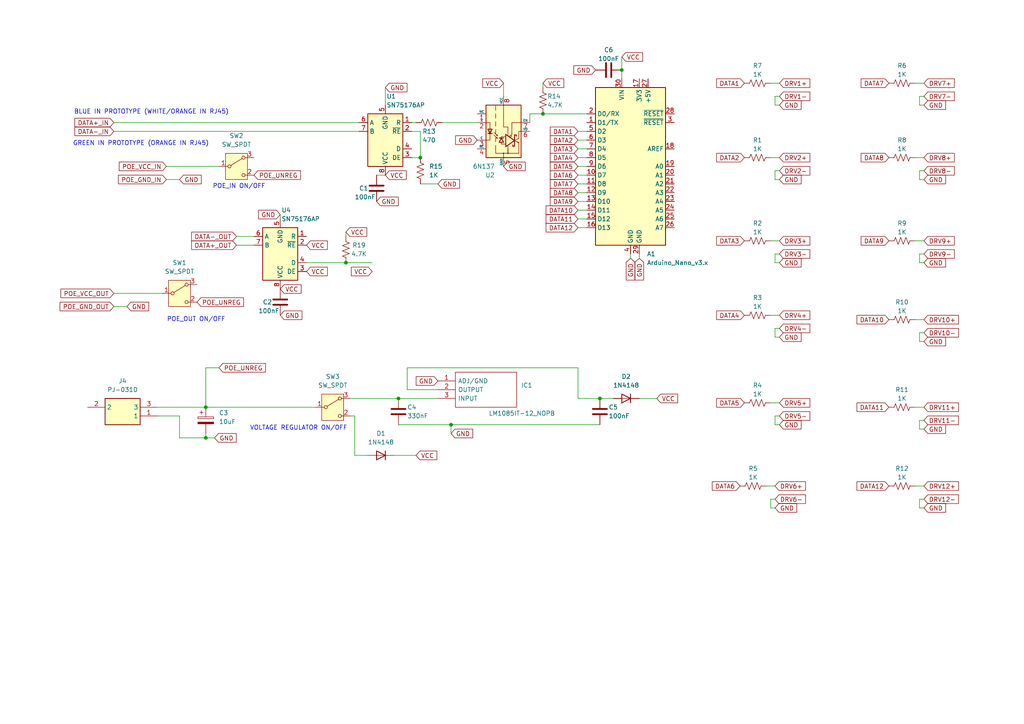
<source format=kicad_sch>
(kicad_sch (version 20231120) (generator "eeschema") (generator_version "8.0")
  (paper "A4")
  (lib_symbols
    (symbol "Device:C" (pin_numbers hide) (pin_names (offset 0.254))
      (property "Reference" "C" (at 0.635 2.54 0))
      (property "Value" "C" (at 0.635 -2.54 0))
      (symbol "C_0_1"
        (polyline (pts (xy -2.032 -0.762) (xy 2.032 -0.762)) (stroke (width 0.508)))
        (polyline (pts (xy -2.032 0.762) (xy 2.032 0.762)) (stroke (width 0.508)))
      )
      (symbol "C_1_1"
        (pin passive line (at 0 3.81 270) (length 2.794) (name "~") (number "1"))
        (pin passive line (at 0 -3.81 90) (length 2.794) (name "~") (number "2"))
      )
    )
    (symbol "Device:C_Polarized" (pin_numbers hide) (pin_names (offset 0.254))
      (property "Reference" "C" (at 0.635 2.54 0))
      (property "Value" "C_Polarized" (at 0.635 -2.54 0))
      (symbol "C_Polarized_0_1"
        (rectangle (start -2.286 0.508) (end 2.286 1.016))
        (polyline (pts (xy -1.778 2.286) (xy -0.762 2.286)))
        (polyline (pts (xy -1.27 2.794) (xy -1.27 1.778)))
        (rectangle (start 2.286 -0.508) (end -2.286 -1.016) (fill (type outline)))
      )
      (symbol "C_Polarized_1_1"
        (pin passive line (at 0 3.81 270) (length 2.794) (name "~") (number "1"))
        (pin passive line (at 0 -3.81 90) (length 2.794) (name "~") (number "2"))
      )
    )
    (symbol "Device:R_US" (pin_numbers hide) (pin_names (offset 0))
      (property "Reference" "R" (at 2.54 0 90))
      (property "Value" "R_US" (at -2.54 0 90))
      (symbol "R_US_0_1"
        (polyline (pts (xy 0 -2.286) (xy 0 -2.54)))
        (polyline (pts (xy 0 2.286) (xy 0 2.54)))
        (polyline (pts (xy 0 -0.762) (xy 1.016 -1.143) (xy 0 -1.524) (xy -1.016 -1.905) (xy 0 -2.286)))
        (polyline (pts (xy 0 0.762) (xy 1.016 0.381) (xy 0 0) (xy -1.016 -0.381) (xy 0 -0.762)))
        (polyline (pts (xy 0 2.286) (xy 1.016 1.905) (xy 0 1.524) (xy -1.016 1.143) (xy 0 0.762)))
      )
      (symbol "R_US_1_1"
        (pin passive line (at 0 3.81 270) (length 1.27) (name "~") (number "1"))
        (pin passive line (at 0 -3.81 90) (length 1.27) (name "~") (number "2"))
      )
    )
    (symbol "Diode:1N4148" (pin_numbers hide) (pin_names hide)
      (property "Reference" "D" (at 0 2.54 0))
      (property "Value" "1N4148" (at 0 -2.54 0))
      (symbol "1N4148_0_1"
        (polyline (pts (xy -1.27 1.27) (xy -1.27 -1.27)) (stroke (width 0.254)))
        (polyline (pts (xy 1.27 0) (xy -1.27 0)))
        (polyline (pts (xy 1.27 1.27) (xy 1.27 -1.27) (xy -1.27 0) (xy 1.27 1.27)) (stroke (width 0.254)))
      )
      (symbol "1N4148_1_1"
        (pin passive line (at -3.81 0 0) (length 2.54) (name "K") (number "1"))
        (pin passive line (at 3.81 0 180) (length 2.54) (name "A") (number "2"))
      )
    )
    (symbol "Interface_UART:SN75176AP"
      (property "Reference" "U" (at -4.318 8.89 0))
      (property "Value" "SN75176AP" (at 1.016 8.89 0))
      (symbol "SN75176AP_0_1"
        (rectangle (start -5.08 7.62) (end 5.08 -7.62) (stroke (width 0.254)) (fill (type background)))
      )
      (symbol "SN75176AP_1_1"
        (pin output line (at -7.62 -5.08 0) (length 2.54) (name "R") (number "1"))
        (pin input line (at -7.62 -2.54 0) (length 2.54) (name "~{RE}") (number "2"))
        (pin input line (at -7.62 5.08 0) (length 2.54) (name "DE") (number "3"))
        (pin input line (at -7.62 2.54 0) (length 2.54) (name "D") (number "4"))
        (pin power_in line (at 0 -10.16 90) (length 2.54) (name "GND") (number "5"))
        (pin bidirectional line (at 7.62 -5.08 180) (length 2.54) (name "A") (number "6"))
        (pin bidirectional line (at 7.62 -2.54 180) (length 2.54) (name "B") (number "7"))
        (pin power_in line (at 0 10.16 270) (length 2.54) (name "VCC") (number "8"))
      )
    )
    (symbol "Isolator:6N137" (pin_names (offset 0))
      (property "Reference" "U" (at -4.064 8.89 0))
      (property "Value" "6N137" (at 0 -8.89 0))
      (symbol "6N137_0_1"
        (polyline (pts (xy 0 -6.35) (xy -2.286 -6.35) (xy -2.286 -4.064)))
        (polyline (pts (xy -5.08 -2.54) (xy -3.937 -2.54) (xy -3.937 2.54) (xy -5.08 2.54)))
        (polyline (pts (xy 1.27 -5.08) (xy 1.27 -6.35) (xy 0 -6.35) (xy 0 -7.62)))
        (polyline (pts (xy 3.175 -2.667) (xy 0.635 -4.445) (xy 0.635 -0.889) (xy 3.175 -2.667)) (stroke (width 0.254)))
        (polyline (pts (xy -2.794 -1.016) (xy -1.717 -2.093) (xy -2.076 -1.914) (xy -1.896 -1.734) (xy -1.717 -2.093)))
        (polyline (pts (xy -2.794 -0.254) (xy -1.717 -1.331) (xy -2.076 -1.152) (xy -1.896 -0.972) (xy -1.717 -1.331)))
      )
      (symbol "6N137_1_1"
        (rectangle (start -5.08 7.62) (end 5.08 -7.62) (stroke (width 0.254)) (fill (type background)))
        (circle (center 0 -6.35) (radius 0.127) (fill (type outline)))
        (polyline (pts (xy -4.572 -0.635) (xy -3.302 -0.635)) (stroke (width 0.254)))
        (polyline (pts (xy -2.286 -1.778) (xy -2.286 -3.048)))
        (polyline (pts (xy -2.286 0.508) (xy -2.286 -0.762)))
        (polyline (pts (xy -2.286 2.794) (xy -2.286 1.524)))
        (polyline (pts (xy -2.286 5.08) (xy -2.286 3.81)))
        (polyline (pts (xy -2.286 7.366) (xy -2.286 6.096)))
        (polyline (pts (xy -1.27 -1.905) (xy 0 -1.905)) (stroke (width 0.254)))
        (polyline (pts (xy -0.635 -3.302) (xy -0.635 -3.683) (xy 0.635 -3.683)))
        (polyline (pts (xy -0.635 -1.905) (xy -0.635 -1.524) (xy 0.508 -1.524)))
        (polyline (pts (xy 1.27 -4.064) (xy 1.27 -6.35) (xy 4.445 -6.35)))
        (polyline (pts (xy 3.175 -2.667) (xy 4.445 -3.302) (xy 4.445 -6.35)))
        (polyline (pts (xy -3.937 -0.635) (xy -4.572 0.635) (xy -3.302 0.635) (xy -3.937 -0.635)) (stroke (width 0.254)))
        (polyline (pts (xy -0.635 -1.905) (xy -1.27 -3.175) (xy 0 -3.175) (xy -0.635 -1.905)) (stroke (width 0.254)))
        (polyline (pts (xy 1.27 -1.27) (xy 1.27 1.27) (xy 0 1.27) (xy 0 7.62)))
        (polyline (pts (xy 2.1844 -1.1684) (xy 2.413 -0.889) (xy 2.413 2.54) (xy 5.08 2.54)))
        (polyline (pts (xy 3.175 -2.667) (xy 3.175 -4.318) (xy 2.667 -4.318) (xy 2.667 -3.937)) (stroke (width 0.254)))
        (polyline (pts (xy 3.175 -2.667) (xy 3.175 -1.016) (xy 3.683 -1.016) (xy 3.683 -1.397)) (stroke (width 0.254)))
        (polyline (pts (xy 3.175 -2.667) (xy 4.445 -2.032) (xy 4.445 0) (xy 5.08 0)))
        (polyline (pts (xy 4.445 -3.302) (xy 4.161 -3.018) (xy 4.047 -3.246) (xy 4.445 -3.302)) (stroke (width 0.127)) (fill (type outline)))
        (circle (center 1.27 -6.35) (radius 0.127) (fill (type outline)))
        (circle (center 2.032 -1.397) (radius 0.254))
        (pin passive line (at -7.62 5.08 0) (length 2.54) (name "NC") (number "1"))
        (pin passive line (at -7.62 2.54 0) (length 2.54) (name "A") (number "2"))
        (pin passive line (at -7.62 -2.54 0) (length 2.54) (name "C") (number "3"))
        (pin passive line (at -7.62 -5.08 0) (length 2.54) (name "NC") (number "4"))
        (pin power_in line (at 0 -10.16 90) (length 2.54) (name "GND") (number "5"))
        (pin open_collector line (at 7.62 0 180) (length 2.54) (name "VO") (number "6"))
        (pin input line (at 7.62 2.54 180) (length 2.54) (name "EN") (number "7"))
        (pin power_in line (at 0 10.16 270) (length 2.54) (name "VCC") (number "8"))
      )
    )
    (symbol "MCU_Module:Arduino_Nano_v3.x"
      (property "Reference" "A" (at -10.16 23.495 0))
      (property "Value" "Arduino_Nano_v3.x" (at 5.08 -24.13 0))
      (symbol "Arduino_Nano_v3.x_0_1"
        (rectangle (start -10.16 22.86) (end 10.16 -22.86) (stroke (width 0.254)) (fill (type background)))
      )
      (symbol "Arduino_Nano_v3.x_1_1"
        (pin bidirectional line (at -12.7 12.7 0) (length 2.54) (name "D1/TX") (number "1"))
        (pin bidirectional line (at -12.7 -2.54 0) (length 2.54) (name "D7") (number "10"))
        (pin bidirectional line (at -12.7 -5.08 0) (length 2.54) (name "D8") (number "11"))
        (pin bidirectional line (at -12.7 -7.62 0) (length 2.54) (name "D9") (number "12"))
        (pin bidirectional line (at -12.7 -10.16 0) (length 2.54) (name "D10") (number "13"))
        (pin bidirectional line (at -12.7 -12.7 0) (length 2.54) (name "D11") (number "14"))
        (pin bidirectional line (at -12.7 -15.24 0) (length 2.54) (name "D12") (number "15"))
        (pin bidirectional line (at -12.7 -17.78 0) (length 2.54) (name "D13") (number "16"))
        (pin power_out line (at 2.54 25.4 270) (length 2.54) (name "3V3") (number "17"))
        (pin input line (at 12.7 5.08 180) (length 2.54) (name "AREF") (number "18"))
        (pin bidirectional line (at 12.7 0 180) (length 2.54) (name "A0") (number "19"))
        (pin bidirectional line (at -12.7 15.24 0) (length 2.54) (name "D0/RX") (number "2"))
        (pin bidirectional line (at 12.7 -2.54 180) (length 2.54) (name "A1") (number "20"))
        (pin bidirectional line (at 12.7 -5.08 180) (length 2.54) (name "A2") (number "21"))
        (pin bidirectional line (at 12.7 -7.62 180) (length 2.54) (name "A3") (number "22"))
        (pin bidirectional line (at 12.7 -10.16 180) (length 2.54) (name "A4") (number "23"))
        (pin bidirectional line (at 12.7 -12.7 180) (length 2.54) (name "A5") (number "24"))
        (pin bidirectional line (at 12.7 -15.24 180) (length 2.54) (name "A6") (number "25"))
        (pin bidirectional line (at 12.7 -17.78 180) (length 2.54) (name "A7") (number "26"))
        (pin power_out line (at 5.08 25.4 270) (length 2.54) (name "+5V") (number "27"))
        (pin input line (at 12.7 15.24 180) (length 2.54) (name "~{RESET}") (number "28"))
        (pin power_in line (at 2.54 -25.4 90) (length 2.54) (name "GND") (number "29"))
        (pin input line (at 12.7 12.7 180) (length 2.54) (name "~{RESET}") (number "3"))
        (pin power_in line (at -2.54 25.4 270) (length 2.54) (name "VIN") (number "30"))
        (pin power_in line (at 0 -25.4 90) (length 2.54) (name "GND") (number "4"))
        (pin bidirectional line (at -12.7 10.16 0) (length 2.54) (name "D2") (number "5"))
        (pin bidirectional line (at -12.7 7.62 0) (length 2.54) (name "D3") (number "6"))
        (pin bidirectional line (at -12.7 5.08 0) (length 2.54) (name "D4") (number "7"))
        (pin bidirectional line (at -12.7 2.54 0) (length 2.54) (name "D5") (number "8"))
        (pin bidirectional line (at -12.7 0 0) (length 2.54) (name "D6") (number "9"))
      )
    )
    (symbol "PJ-031D:PJ-031D"
      (property "Reference" "J" (at 16.51 7.62 0))
      (property "Value" "PJ-031D" (at 16.51 5.08 0))
      (symbol "PJ-031D_1_1"
        (rectangle (start 5.08 2.54) (end 15.24 -5.08) (stroke (width 0.254)) (fill (type background)))
        (pin passive line (at 20.32 -2.54 180) (length 5.08) (name "1") (number "1"))
        (pin passive line (at 0 0 0) (length 5.08) (name "2") (number "2"))
        (pin passive line (at 20.32 0 180) (length 5.08) (name "3") (number "3"))
      )
    )
    (symbol "Switch:SW_Wuerth_450301014042" (pin_names (offset 1) hide)
      (property "Reference" "SW" (at 0 5.08 0))
      (property "Value" "SW_Wuerth_450301014042" (at 0 -5.08 0))
      (symbol "SW_Wuerth_450301014042_0_1"
        (circle (center -2.032 0) (radius 0.4572))
        (polyline (pts (xy -1.651 0.254) (xy 1.651 2.286)))
        (circle (center 2.032 -2.54) (radius 0.4572))
        (circle (center 2.032 2.54) (radius 0.4572))
      )
      (symbol "SW_Wuerth_450301014042_1_1"
        (rectangle (start -3.175 3.81) (end 3.175 -3.81) (fill (type background)))
        (pin passive line (at -5.08 0 0) (length 2.54) (name "B") (number "1"))
        (pin passive line (at 5.08 -2.54 180) (length 2.54) (name "C") (number "2"))
        (pin passive line (at 5.08 2.54 180) (length 2.54) (name "A") (number "3"))
      )
    )
    (symbol "lasers_rgb:LM1085IT-12_NOPB" (pin_names (offset 0.762))
      (property "Reference" "IC" (at 24.13 7.62 0))
      (property "Value" "LM1085IT-12_NOPB" (at 24.13 5.08 0))
      (symbol "LM1085IT-12_NOPB_0_0"
        (pin passive line (at 0 0 0) (length 5.08) (name "ADJ/GND") (number "1"))
        (pin passive line (at 0 -2.54 0) (length 5.08) (name "OUTPUT") (number "2"))
        (pin passive line (at 0 -5.08 0) (length 5.08) (name "INPUT") (number "3"))
      )
      (symbol "LM1085IT-12_NOPB_0_1"
        (polyline (pts (xy 5.08 2.54) (xy 22.86 2.54) (xy 22.86 -7.62) (xy 5.08 -7.62) (xy 5.08 2.54)) (stroke (width 0.1524)))
      )
    )
  )
  (junction (at 121.92 45.72))
  (junction (at 157.48 33.02))
  (junction (at 59.69 118.11))
  (junction (at 115.57 115.57))
  (junction (at 59.69 127))
  (junction (at 173.99 115.57))
  (junction (at 100.33 76.2))
  (junction (at 180.34 20.32))
  (junction (at 130.81 123.19))
  (wire (pts (xy 118.11 106.68) (xy 167.64 106.68)))
  (wire (pts (xy 33.02 35.56) (xy 104.14 35.56)))
  (wire (pts (xy 167.64 63.5) (xy 170.18 63.5)))
  (wire (pts (xy 167.64 60.96) (xy 170.18 60.96)))
  (wire (pts (xy 118.11 113.03) (xy 118.11 106.68)))
  (wire (pts (xy 173.99 115.57) (xy 177.8 115.57)))
  (wire (pts (xy 185.42 115.57) (xy 190.5 115.57)))
  (wire (pts (xy 119.38 35.56) (xy 120.65 35.56)))
  (wire (pts (xy 267.97 30.48) (xy 266.7 30.48)))
  (wire (pts (xy 68.58 71.12) (xy 73.66 71.12)))
  (wire (pts (xy 267.97 76.2) (xy 266.7 76.2)))
  (wire (pts (xy 130.81 123.19) (xy 130.81 125.73)))
  (wire (pts (xy 265.43 140.97) (xy 267.97 140.97)))
  (wire (pts (xy 224.79 49.53) (xy 224.79 52.07)))
  (wire (pts (xy 267.97 144.78) (xy 266.7 144.78)))
  (wire (pts (xy 33.02 38.1) (xy 104.14 38.1)))
  (wire (pts (xy 267.97 99.06) (xy 266.7 99.06)))
  (wire (pts (xy 130.81 123.19) (xy 173.99 123.19)))
  (wire (pts (xy 182.88 73.66) (xy 182.88 74.93)))
  (wire (pts (xy 114.3 132.08) (xy 120.65 132.08)))
  (wire (pts (xy 226.06 123.19) (xy 224.79 123.19)))
  (wire (pts (xy 224.79 147.32) (xy 223.52 147.32)))
  (wire (pts (xy 167.64 48.26) (xy 170.18 48.26)))
  (wire (pts (xy 266.7 27.94) (xy 266.7 30.48)))
  (wire (pts (xy 267.97 73.66) (xy 266.7 73.66)))
  (wire (pts (xy 267.97 27.94) (xy 266.7 27.94)))
  (wire (pts (xy 226.06 49.53) (xy 224.79 49.53)))
  (wire (pts (xy 59.69 106.68) (xy 63.5 106.68)))
  (wire (pts (xy 223.52 91.44) (xy 226.06 91.44)))
  (wire (pts (xy 146.05 27.94) (xy 146.05 24.13)))
  (wire (pts (xy 167.64 40.64) (xy 170.18 40.64)))
  (wire (pts (xy 223.52 24.13) (xy 226.06 24.13)))
  (wire (pts (xy 127 113.03) (xy 118.11 113.03)))
  (wire (pts (xy 167.64 50.8) (xy 170.18 50.8)))
  (wire (pts (xy 267.97 96.52) (xy 266.7 96.52)))
  (wire (pts (xy 157.48 24.13) (xy 157.48 25.4)))
  (wire (pts (xy 109.22 50.8) (xy 111.76 50.8)))
  (wire (pts (xy 59.69 118.11) (xy 59.69 106.68)))
  (wire (pts (xy 266.7 73.66) (xy 266.7 76.2)))
  (wire (pts (xy 267.97 49.53) (xy 266.7 49.53)))
  (wire (pts (xy 185.42 73.66) (xy 185.42 74.93)))
  (wire (pts (xy 45.72 118.11) (xy 59.69 118.11)))
  (wire (pts (xy 267.97 147.32) (xy 266.7 147.32)))
  (wire (pts (xy 224.79 95.25) (xy 224.79 97.79)))
  (wire (pts (xy 157.48 33.02) (xy 170.18 33.02)))
  (wire (pts (xy 223.52 69.85) (xy 226.06 69.85)))
  (wire (pts (xy 265.43 45.72) (xy 267.97 45.72)))
  (wire (pts (xy 52.07 127) (xy 59.69 127)))
  (wire (pts (xy 223.52 144.78) (xy 223.52 147.32)))
  (wire (pts (xy 88.9 76.2) (xy 100.33 76.2)))
  (wire (pts (xy 127 53.34) (xy 121.92 53.34)))
  (wire (pts (xy 167.64 58.42) (xy 170.18 58.42)))
  (wire (pts (xy 226.06 95.25) (xy 224.79 95.25)))
  (wire (pts (xy 222.25 140.97) (xy 224.79 140.97)))
  (wire (pts (xy 48.26 48.26) (xy 63.5 48.26)))
  (wire (pts (xy 266.7 49.53) (xy 266.7 52.07)))
  (wire (pts (xy 81.28 62.23) (xy 81.28 63.5)))
  (wire (pts (xy 102.87 120.65) (xy 101.6 120.65)))
  (wire (pts (xy 115.57 123.19) (xy 130.81 123.19)))
  (wire (pts (xy 226.06 73.66) (xy 224.79 73.66)))
  (wire (pts (xy 266.7 96.52) (xy 266.7 99.06)))
  (wire (pts (xy 226.06 120.65) (xy 224.79 120.65)))
  (wire (pts (xy 167.64 38.1) (xy 170.18 38.1)))
  (wire (pts (xy 121.92 38.1) (xy 121.92 45.72)))
  (wire (pts (xy 45.72 120.65) (xy 52.07 120.65)))
  (wire (pts (xy 167.64 55.88) (xy 170.18 55.88)))
  (wire (pts (xy 266.7 121.92) (xy 266.7 124.46)))
  (wire (pts (xy 111.76 25.4) (xy 111.76 30.48)))
  (wire (pts (xy 167.64 53.34) (xy 170.18 53.34)))
  (wire (pts (xy 36.83 88.9) (xy 33.02 88.9)))
  (wire (pts (xy 167.64 115.57) (xy 173.99 115.57)))
  (wire (pts (xy 226.06 27.94) (xy 224.79 27.94)))
  (wire (pts (xy 167.64 106.68) (xy 167.64 115.57)))
  (wire (pts (xy 224.79 27.94) (xy 224.79 30.48)))
  (wire (pts (xy 153.67 33.02) (xy 157.48 33.02)))
  (wire (pts (xy 59.69 127) (xy 59.69 125.73)))
  (wire (pts (xy 223.52 116.84) (xy 226.06 116.84)))
  (wire (pts (xy 59.69 118.11) (xy 91.44 118.11)))
  (wire (pts (xy 167.64 66.04) (xy 170.18 66.04)))
  (wire (pts (xy 102.87 132.08) (xy 102.87 120.65)))
  (wire (pts (xy 267.97 124.46) (xy 266.7 124.46)))
  (wire (pts (xy 115.57 115.57) (xy 127 115.57)))
  (wire (pts (xy 62.23 127) (xy 59.69 127)))
  (wire (pts (xy 265.43 92.71) (xy 267.97 92.71)))
  (wire (pts (xy 119.38 45.72) (xy 121.92 45.72)))
  (wire (pts (xy 265.43 69.85) (xy 267.97 69.85)))
  (wire (pts (xy 265.43 24.13) (xy 267.97 24.13)))
  (wire (pts (xy 180.34 20.32) (xy 180.34 22.86)))
  (wire (pts (xy 119.38 38.1) (xy 121.92 38.1)))
  (wire (pts (xy 226.06 97.79) (xy 224.79 97.79)))
  (wire (pts (xy 167.64 43.18) (xy 170.18 43.18)))
  (wire (pts (xy 68.58 68.58) (xy 73.66 68.58)))
  (wire (pts (xy 52.07 120.65) (xy 52.07 127)))
  (wire (pts (xy 102.87 132.08) (xy 106.68 132.08)))
  (wire (pts (xy 265.43 118.11) (xy 267.97 118.11)))
  (wire (pts (xy 223.52 45.72) (xy 226.06 45.72)))
  (wire (pts (xy 101.6 115.57) (xy 115.57 115.57)))
  (wire (pts (xy 153.67 35.56) (xy 153.67 33.02)))
  (wire (pts (xy 226.06 76.2) (xy 224.79 76.2)))
  (wire (pts (xy 226.06 52.07) (xy 224.79 52.07)))
  (wire (pts (xy 224.79 120.65) (xy 224.79 123.19)))
  (wire (pts (xy 33.02 85.09) (xy 46.99 85.09)))
  (wire (pts (xy 224.79 144.78) (xy 223.52 144.78)))
  (wire (pts (xy 224.79 73.66) (xy 224.79 76.2)))
  (wire (pts (xy 128.27 35.56) (xy 138.43 35.56)))
  (wire (pts (xy 267.97 52.07) (xy 266.7 52.07)))
  (wire (pts (xy 100.33 67.31) (xy 100.33 68.58)))
  (wire (pts (xy 100.33 76.2) (xy 107.95 76.2)))
  (wire (pts (xy 266.7 144.78) (xy 266.7 147.32)))
  (wire (pts (xy 48.26 52.07) (xy 52.07 52.07)))
  (wire (pts (xy 167.64 45.72) (xy 170.18 45.72)))
  (wire (pts (xy 180.34 16.51) (xy 180.34 20.32)))
  (wire (pts (xy 267.97 121.92) (xy 266.7 121.92)))
  (wire (pts (xy 226.06 30.48) (xy 224.79 30.48)))
  (text "VOLTAGE REGULATOR ON/OFF" (at 86.614 124.206 0) (effects (font (size 1.27 1.27))))
  (text "POE_OUT ON/OFF" (at 56.896 92.71 0) (effects (font (size 1.27 1.27))))
  (text "POE_IN ON/OFF" (at 69.342 54.102 0) (effects (font (size 1.27 1.27))))
  (text "GREEN IN PROTOTYPE (ORANGE IN RJ45)" (at 40.894 41.656 0) (effects (font (size 1.27 1.27))))
  (text "BLUE IN PROTOTYPE (WHITE/ORANGE IN RJ45)" (at 43.942 32.512 0) (effects (font (size 1.27 1.27))))
  (global_label "DATA12" (shape input) (at 167.64 66.04 180) (property "Intersheetrefs" "${INTERSHEET_REFS}" (effects (hide yes))))
  (global_label "POE_UNREG" (shape input) (at 73.66 50.8 0) (property "Intersheetrefs" "${INTERSHEET_REFS}" (effects (hide yes))))
  (global_label "DATA1" (shape input) (at 167.64 38.1 180) (property "Intersheetrefs" "${INTERSHEET_REFS}" (effects (hide yes))))
  (global_label "VCC" (shape input) (at 81.28 83.82 0) (property "Intersheetrefs" "${INTERSHEET_REFS}" (effects (hide yes))))
  (global_label "VCC" (shape input) (at 107.95 78.74 180) (property "Intersheetrefs" "${INTERSHEET_REFS}" (effects (hide yes))))
  (global_label "VCC" (shape input) (at 120.65 132.08 0) (property "Intersheetrefs" "${INTERSHEET_REFS}" (effects (hide yes))))
  (global_label "POE_UNREG" (shape input) (at 63.5 106.68 0) (property "Intersheetrefs" "${INTERSHEET_REFS}" (effects (hide yes))))
  (global_label "DATA9" (shape input) (at 167.64 58.42 180) (property "Intersheetrefs" "${INTERSHEET_REFS}" (effects (hide yes))))
  (global_label "DATA10" (shape input) (at 257.81 92.71 180) (property "Intersheetrefs" "${INTERSHEET_REFS}" (effects (hide yes))))
  (global_label "DATA6" (shape input) (at 214.63 140.97 180) (property "Intersheetrefs" "${INTERSHEET_REFS}" (effects (hide yes))))
  (global_label "DRV12+" (shape input) (at 267.97 140.97 0) (property "Intersheetrefs" "${INTERSHEET_REFS}" (effects (hide yes))))
  (global_label "GND" (shape input) (at 146.05 48.26 0) (property "Intersheetrefs" "${INTERSHEET_REFS}" (effects (hide yes))))
  (global_label "GND" (shape input) (at 36.83 88.9 0) (property "Intersheetrefs" "${INTERSHEET_REFS}" (effects (hide yes))))
  (global_label "DATA+_OUT" (shape input) (at 68.58 71.12 180) (property "Intersheetrefs" "${INTERSHEET_REFS}" (effects (hide yes))))
  (global_label "GND" (shape input) (at 267.97 124.46 0) (property "Intersheetrefs" "${INTERSHEET_REFS}" (effects (hide yes))))
  (global_label "DRV7-" (shape input) (at 267.97 27.94 0) (property "Intersheetrefs" "${INTERSHEET_REFS}" (effects (hide yes))))
  (global_label "DRV2-" (shape input) (at 226.06 49.53 0) (property "Intersheetrefs" "${INTERSHEET_REFS}" (effects (hide yes))))
  (global_label "DRV3+" (shape input) (at 226.06 69.85 0) (property "Intersheetrefs" "${INTERSHEET_REFS}" (effects (hide yes))))
  (global_label "DATA9" (shape input) (at 257.81 69.85 180) (property "Intersheetrefs" "${INTERSHEET_REFS}" (effects (hide yes))))
  (global_label "VCC" (shape input) (at 88.9 78.74 0) (property "Intersheetrefs" "${INTERSHEET_REFS}" (effects (hide yes))))
  (global_label "DATA11" (shape input) (at 167.64 63.5 180) (property "Intersheetrefs" "${INTERSHEET_REFS}" (effects (hide yes))))
  (global_label "DRV4+" (shape input) (at 226.06 91.44 0) (property "Intersheetrefs" "${INTERSHEET_REFS}" (effects (hide yes))))
  (global_label "VCC" (shape input) (at 157.48 24.13 0) (property "Intersheetrefs" "${INTERSHEET_REFS}" (effects (hide yes))))
  (global_label "GND" (shape input) (at 185.42 74.93 270) (property "Intersheetrefs" "${INTERSHEET_REFS}" (effects (hide yes))))
  (global_label "POE_GND_IN" (shape input) (at 48.26 52.07 180) (property "Intersheetrefs" "${INTERSHEET_REFS}" (effects (hide yes))))
  (global_label "GND" (shape input) (at 130.81 125.73 0) (property "Intersheetrefs" "${INTERSHEET_REFS}" (effects (hide yes))))
  (global_label "DATA4" (shape input) (at 167.64 45.72 180) (property "Intersheetrefs" "${INTERSHEET_REFS}" (effects (hide yes))))
  (global_label "POE_VCC_OUT" (shape input) (at 33.02 85.09 180) (property "Intersheetrefs" "${INTERSHEET_REFS}" (effects (hide yes))))
  (global_label "GND" (shape input) (at 267.97 99.06 0) (property "Intersheetrefs" "${INTERSHEET_REFS}" (effects (hide yes))))
  (global_label "DATA12" (shape input) (at 257.81 140.97 180) (property "Intersheetrefs" "${INTERSHEET_REFS}" (effects (hide yes))))
  (global_label "GND" (shape input) (at 267.97 147.32 0) (property "Intersheetrefs" "${INTERSHEET_REFS}" (effects (hide yes))))
  (global_label "DATA7" (shape input) (at 257.81 24.13 180) (property "Intersheetrefs" "${INTERSHEET_REFS}" (effects (hide yes))))
  (global_label "GND" (shape input) (at 226.06 30.48 0) (property "Intersheetrefs" "${INTERSHEET_REFS}" (effects (hide yes))))
  (global_label "DRV5-" (shape input) (at 226.06 120.65 0) (property "Intersheetrefs" "${INTERSHEET_REFS}" (effects (hide yes))))
  (global_label "DATA5" (shape input) (at 167.64 48.26 180) (property "Intersheetrefs" "${INTERSHEET_REFS}" (effects (hide yes))))
  (global_label "GND" (shape input) (at 127 110.49 180) (property "Intersheetrefs" "${INTERSHEET_REFS}" (effects (hide yes))))
  (global_label "DATA4" (shape input) (at 215.9 91.44 180) (property "Intersheetrefs" "${INTERSHEET_REFS}" (effects (hide yes))))
  (global_label "GND" (shape input) (at 267.97 52.07 0) (property "Intersheetrefs" "${INTERSHEET_REFS}" (effects (hide yes))))
  (global_label "GND" (shape input) (at 267.97 30.48 0) (property "Intersheetrefs" "${INTERSHEET_REFS}" (effects (hide yes))))
  (global_label "GND" (shape input) (at 127 53.34 0) (property "Intersheetrefs" "${INTERSHEET_REFS}" (effects (hide yes))))
  (global_label "DRV11+" (shape input) (at 267.97 118.11 0) (property "Intersheetrefs" "${INTERSHEET_REFS}" (effects (hide yes))))
  (global_label "GND" (shape input) (at 172.72 20.32 180) (property "Intersheetrefs" "${INTERSHEET_REFS}" (effects (hide yes))))
  (global_label "GND" (shape input) (at 226.06 52.07 0) (property "Intersheetrefs" "${INTERSHEET_REFS}" (effects (hide yes))))
  (global_label "GND" (shape input) (at 267.97 76.2 0) (property "Intersheetrefs" "${INTERSHEET_REFS}" (effects (hide yes))))
  (global_label "GND" (shape input) (at 226.06 76.2 0) (property "Intersheetrefs" "${INTERSHEET_REFS}" (effects (hide yes))))
  (global_label "DATA+_IN" (shape input) (at 33.02 35.56 180) (property "Intersheetrefs" "${INTERSHEET_REFS}" (effects (hide yes))))
  (global_label "DRV4-" (shape input) (at 226.06 95.25 0) (property "Intersheetrefs" "${INTERSHEET_REFS}" (effects (hide yes))))
  (global_label "DRV6-" (shape input) (at 224.79 144.78 0) (property "Intersheetrefs" "${INTERSHEET_REFS}" (effects (hide yes))))
  (global_label "GND" (shape input) (at 81.28 91.44 0) (property "Intersheetrefs" "${INTERSHEET_REFS}" (effects (hide yes))))
  (global_label "GND" (shape input) (at 226.06 123.19 0) (property "Intersheetrefs" "${INTERSHEET_REFS}" (effects (hide yes))))
  (global_label "POE_GND_OUT" (shape input) (at 33.02 88.9 180) (property "Intersheetrefs" "${INTERSHEET_REFS}" (effects (hide yes))))
  (global_label "GND" (shape input) (at 81.28 62.23 180) (property "Intersheetrefs" "${INTERSHEET_REFS}" (effects (hide yes))))
  (global_label "DATA2" (shape input) (at 215.9 45.72 180) (property "Intersheetrefs" "${INTERSHEET_REFS}" (effects (hide yes))))
  (global_label "POE_VCC_IN" (shape input) (at 48.26 48.26 180) (property "Intersheetrefs" "${INTERSHEET_REFS}" (effects (hide yes))))
  (global_label "VCC" (shape input) (at 100.33 67.31 0) (property "Intersheetrefs" "${INTERSHEET_REFS}" (effects (hide yes))))
  (global_label "GND" (shape input) (at 109.22 58.42 0) (property "Intersheetrefs" "${INTERSHEET_REFS}" (effects (hide yes))))
  (global_label "DATA7" (shape input) (at 167.64 53.34 180) (property "Intersheetrefs" "${INTERSHEET_REFS}" (effects (hide yes))))
  (global_label "DATA8" (shape input) (at 167.64 55.88 180) (property "Intersheetrefs" "${INTERSHEET_REFS}" (effects (hide yes))))
  (global_label "DRV1-" (shape input) (at 226.06 27.94 0) (property "Intersheetrefs" "${INTERSHEET_REFS}" (effects (hide yes))))
  (global_label "DATA8" (shape input) (at 257.81 45.72 180) (property "Intersheetrefs" "${INTERSHEET_REFS}" (effects (hide yes))))
  (global_label "GND" (shape input) (at 224.79 147.32 0) (property "Intersheetrefs" "${INTERSHEET_REFS}" (effects (hide yes))))
  (global_label "VCC" (shape input) (at 180.34 16.51 0) (property "Intersheetrefs" "${INTERSHEET_REFS}" (effects (hide yes))))
  (global_label "DATA11" (shape input) (at 257.81 118.11 180) (property "Intersheetrefs" "${INTERSHEET_REFS}" (effects (hide yes))))
  (global_label "GND" (shape input) (at 52.07 52.07 0) (property "Intersheetrefs" "${INTERSHEET_REFS}" (effects (hide yes))))
  (global_label "DRV10+" (shape input) (at 267.97 92.71 0) (property "Intersheetrefs" "${INTERSHEET_REFS}" (effects (hide yes))))
  (global_label "VCC" (shape input) (at 88.9 71.12 0) (property "Intersheetrefs" "${INTERSHEET_REFS}" (effects (hide yes))))
  (global_label "DRV6+" (shape input) (at 224.79 140.97 0) (property "Intersheetrefs" "${INTERSHEET_REFS}" (effects (hide yes))))
  (global_label "VCC" (shape input) (at 146.05 24.13 180) (property "Intersheetrefs" "${INTERSHEET_REFS}" (effects (hide yes))))
  (global_label "DATA-_OUT" (shape input) (at 68.58 68.58 180) (property "Intersheetrefs" "${INTERSHEET_REFS}" (effects (hide yes))))
  (global_label "DRV8-" (shape input) (at 267.97 49.53 0) (property "Intersheetrefs" "${INTERSHEET_REFS}" (effects (hide yes))))
  (global_label "GND" (shape input) (at 138.43 40.64 180) (property "Intersheetrefs" "${INTERSHEET_REFS}" (effects (hide yes))))
  (global_label "DATA1" (shape input) (at 215.9 24.13 180) (property "Intersheetrefs" "${INTERSHEET_REFS}" (effects (hide yes))))
  (global_label "DATA-_IN" (shape input) (at 33.02 38.1 180) (property "Intersheetrefs" "${INTERSHEET_REFS}" (effects (hide yes))))
  (global_label "DRV3-" (shape input) (at 226.06 73.66 0) (property "Intersheetrefs" "${INTERSHEET_REFS}" (effects (hide yes))))
  (global_label "DRV10-" (shape input) (at 267.97 96.52 0) (property "Intersheetrefs" "${INTERSHEET_REFS}" (effects (hide yes))))
  (global_label "DRV9+" (shape input) (at 267.97 69.85 0) (property "Intersheetrefs" "${INTERSHEET_REFS}" (effects (hide yes))))
  (global_label "DRV7+" (shape input) (at 267.97 24.13 0) (property "Intersheetrefs" "${INTERSHEET_REFS}" (effects (hide yes))))
  (global_label "DRV12-" (shape input) (at 267.97 144.78 0) (property "Intersheetrefs" "${INTERSHEET_REFS}" (effects (hide yes))))
  (global_label "DATA3" (shape input) (at 167.64 43.18 180) (property "Intersheetrefs" "${INTERSHEET_REFS}" (effects (hide yes))))
  (global_label "VCC" (shape input) (at 190.5 115.57 0) (property "Intersheetrefs" "${INTERSHEET_REFS}" (effects (hide yes))))
  (global_label "DRV11-" (shape input) (at 267.97 121.92 0) (property "Intersheetrefs" "${INTERSHEET_REFS}" (effects (hide yes))))
  (global_label "GND" (shape input) (at 226.06 97.79 0) (property "Intersheetrefs" "${INTERSHEET_REFS}" (effects (hide yes))))
  (global_label "GND" (shape input) (at 111.76 25.4 0) (property "Intersheetrefs" "${INTERSHEET_REFS}" (effects (hide yes))))
  (global_label "DATA6" (shape input) (at 167.64 50.8 180) (property "Intersheetrefs" "${INTERSHEET_REFS}" (effects (hide yes))))
  (global_label "DRV9-" (shape input) (at 267.97 73.66 0) (property "Intersheetrefs" "${INTERSHEET_REFS}" (effects (hide yes))))
  (global_label "DATA5" (shape input) (at 215.9 116.84 180) (property "Intersheetrefs" "${INTERSHEET_REFS}" (effects (hide yes))))
  (global_label "DRV1+" (shape input) (at 226.06 24.13 0) (property "Intersheetrefs" "${INTERSHEET_REFS}" (effects (hide yes))))
  (global_label "DRV8+" (shape input) (at 267.97 45.72 0) (property "Intersheetrefs" "${INTERSHEET_REFS}" (effects (hide yes))))
  (global_label "DATA2" (shape input) (at 167.64 40.64 180) (property "Intersheetrefs" "${INTERSHEET_REFS}" (effects (hide yes))))
  (global_label "DATA10" (shape input) (at 167.64 60.96 180) (property "Intersheetrefs" "${INTERSHEET_REFS}" (effects (hide yes))))
  (global_label "VCC" (shape input) (at 111.76 50.8 0) (property "Intersheetrefs" "${INTERSHEET_REFS}" (effects (hide yes))))
  (global_label "POE_UNREG" (shape input) (at 57.15 87.63 0) (property "Intersheetrefs" "${INTERSHEET_REFS}" (effects (hide yes))))
  (global_label "DATA3" (shape input) (at 215.9 69.85 180) (property "Intersheetrefs" "${INTERSHEET_REFS}" (effects (hide yes))))
  (global_label "DRV5+" (shape input) (at 226.06 116.84 0) (property "Intersheetrefs" "${INTERSHEET_REFS}" (effects (hide yes))))
  (global_label "DRV2+" (shape input) (at 226.06 45.72 0) (property "Intersheetrefs" "${INTERSHEET_REFS}" (effects (hide yes))))
  (global_label "GND" (shape input) (at 62.23 127 0) (property "Intersheetrefs" "${INTERSHEET_REFS}" (effects (hide yes))))
  (global_label "GND" (shape input) (at 182.88 74.93 270) (property "Intersheetrefs" "${INTERSHEET_REFS}" (effects (hide yes))))
  (symbol (lib_id "Device:C_Polarized") (at 59.69 121.92 0) (unit 1)
    (property "Reference" "C3" (at 63.5 119.7609 0) (effects (justify left)))
    (property "Value" "10uF" (at 63.5 122.3009 0) (effects (justify left)))
    (property "Footprint" "Capacitor_THT:CP_Radial_Tantal_D5.5mm_P2.50mm" (effects (hide yes)))
    (property "Description" "Polarized capacitor" (effects (hide yes)))
  )
  (symbol (lib_id "PJ-031D:PJ-031D") (at 25.4 118.11 0) (unit 1)
    (property "Reference" "J4" (at 35.56 110.49 0))
    (property "Value" "PJ-031D" (at 35.56 113.03 0))
    (property "Footprint" "PJ031D" (effects (hide yes)))
    (property "Datasheet" "https://www.cuidevices.com/product/resource/pdf/pj-031d.pdf" (effects (hide yes)))
    (property "Description" "DC Power Connectors Power Jacks" (effects (hide yes)))
    (property "Height" "7.6" (effects (hide yes)))
    (property "Manufacturer_Name" "CUI Devices" (effects (hide yes)))
    (property "Manufacturer_Part_Number" "PJ-031D" (effects (hide yes)))
    (property "Mouser Part Number" "490-PJ-031D" (effects (hide yes)))
    (property "Mouser Price/Stock" "https://www.mouser.co.uk/ProductDetail/CUI-Devices/PJ-031D?qs=WyjlAZoYn50d9FnDq%252BXSgg%3D%3D" (effects (hide yes)))
    (property "Arrow Part Number" "PJ-031D" (effects (hide yes)))
    (property "Arrow Price/Stock" "https://www.arrow.com/en/products/pj-031d/cui-devices?region=nac" (effects (hide yes)))
  )
  (symbol (lib_id "Device:R_US") (at 219.71 91.44 90) (unit 1)
    (property "Reference" "R3" (at 219.71 86.36 90))
    (property "Value" "1K" (at 219.71 88.9 90))
    (property "Footprint" "Resistor_THT:R_Axial_DIN0204_L3.6mm_D1.6mm_P7.62mm_Horizontal" (effects (hide yes)))
    (property "Description" "Resistor, US symbol" (effects (hide yes)))
  )
  (symbol (lib_id "Device:C") (at 176.53 20.32 90) (unit 1)
    (property "Reference" "C6" (at 176.53 14.478 90))
    (property "Value" "100nF" (at 176.53 17.018 90))
    (property "Description" "Unpolarized capacitor" (effects (hide yes)))
  )
  (symbol (lib_id "Interface_UART:SN75176AP") (at 111.76 40.64 180) (unit 1)
    (property "Reference" "U1" (at 112.1059 27.94 0) (effects (justify right)))
    (property "Value" "SN75176AP" (at 112.1059 30.48 0) (effects (justify right)))
    (property "Footprint" "Package_DIP:DIP-8_W7.62mm" (effects (hide yes)))
    (property "Datasheet" "http://www.ti.com/lit/ds/symlink/sn75176a.pdf" (effects (hide yes)))
    (property "Description" "Differential RS-422/RS-485 bus transceiver, DIP-8" (effects (hide yes)))
  )
  (symbol (lib_id "Device:R_US") (at 261.62 118.11 90) (unit 1)
    (property "Reference" "R11" (at 261.62 113.03 90))
    (property "Value" "1K" (at 261.62 115.57 90))
    (property "Footprint" "Resistor_THT:R_Axial_DIN0204_L3.6mm_D1.6mm_P7.62mm_Horizontal" (effects (hide yes)))
    (property "Description" "Resistor, US symbol" (effects (hide yes)))
  )
  (symbol (lib_id "Device:R_US") (at 121.92 49.53 0) (unit 1)
    (property "Reference" "R15" (at 124.46 48.2599 0) (effects (justify left)))
    (property "Value" "1K" (at 124.46 50.7999 0) (effects (justify left)))
    (property "Description" "Resistor, US symbol" (effects (hide yes)))
  )
  (symbol (lib_id "Device:R_US") (at 261.62 45.72 90) (unit 1)
    (property "Reference" "R8" (at 261.62 40.64 90))
    (property "Value" "1K" (at 261.62 43.18 90))
    (property "Footprint" "Resistor_THT:R_Axial_DIN0204_L3.6mm_D1.6mm_P7.62mm_Horizontal" (effects (hide yes)))
    (property "Description" "Resistor, US symbol" (effects (hide yes)))
  )
  (symbol (lib_id "Device:C") (at 109.22 54.61 0) (unit 1)
    (property "Reference" "C1" (at 104.14 54.61 0) (effects (justify left)))
    (property "Value" "100nF" (at 102.87 57.15 0) (effects (justify left)))
    (property "Footprint" "Capacitor_THT:C_Disc_D3.0mm_W2.0mm_P2.50mm" (effects (hide yes)))
    (property "Description" "Unpolarized capacitor" (effects (hide yes)))
  )
  (symbol (lib_id "Device:R_US") (at 261.62 69.85 90) (unit 1)
    (property "Reference" "R9" (at 261.62 64.77 90))
    (property "Value" "1K" (at 261.62 67.31 90))
    (property "Footprint" "Resistor_THT:R_Axial_DIN0204_L3.6mm_D1.6mm_P7.62mm_Horizontal" (effects (hide yes)))
    (property "Description" "Resistor, US symbol" (effects (hide yes)))
  )
  (symbol (lib_id "Diode:1N4148") (at 110.49 132.08 180) (unit 1)
    (property "Reference" "D1" (at 110.49 125.73 0))
    (property "Value" "1N4148" (at 110.49 128.27 0))
    (property "Footprint" "Diode_THT:D_DO-35_SOD27_P7.62mm_Horizontal" (effects (hide yes)))
    (property "Datasheet" "https://assets.nexperia.com/documents/data-sheet/1N4148_1N4448.pdf" (effects (hide yes)))
    (property "Description" "100V 0.15A standard switching diode, DO-35" (effects (hide yes)))
    (property "Sim.Device" "D" (effects (hide yes)))
    (property "Sim.Pins" "1=K 2=A" (effects (hide yes)))
  )
  (symbol (lib_id "MCU_Module:Arduino_Nano_v3.x") (at 182.88 48.26 0) (unit 1)
    (property "Reference" "A1" (at 187.6141 73.66 0) (effects (justify left)))
    (property "Value" "Arduino_Nano_v3.x" (at 187.6141 76.2 0) (effects (justify left)))
    (property "Footprint" "Module:Arduino_Nano" (effects (hide yes)))
    (property "Datasheet" "http://www.mouser.com/pdfdocs/Gravitech_Arduino_Nano3_0.pdf" (effects (hide yes)))
    (property "Description" "Arduino Nano v3.x" (effects (hide yes)))
  )
  (symbol (lib_id "Device:R_US") (at 124.46 35.56 90) (unit 1)
    (property "Reference" "R13" (at 124.46 38.1 90))
    (property "Value" "470" (at 124.46 40.64 90))
    (property "Footprint" "Resistor_THT:R_Axial_DIN0204_L3.6mm_D1.6mm_P7.62mm_Horizontal" (effects (hide yes)))
    (property "Description" "Resistor, US symbol" (effects (hide yes)))
  )
  (symbol (lib_id "Switch:SW_Wuerth_450301014042") (at 96.52 118.11 0) (unit 1)
    (property "Reference" "SW3" (at 96.52 109.22 0))
    (property "Value" "SW_SPDT" (at 96.52 111.76 0))
    (property "Footprint" "Button_Switch_THT:SW_Slide-03_Wuerth-WS-SLTV_10x2.5x6.4_P2.54mm" (effects (hide yes)))
    (property "Datasheet" "https://www.we-online.com/components/products/datasheet/450301014042.pdf" (effects (hide yes)))
    (property "Description" "Switch slide, single pole double throw" (effects (hide yes)))
  )
  (symbol (lib_id "Switch:SW_Wuerth_450301014042") (at 68.58 48.26 0) (unit 1)
    (property "Reference" "SW2" (at 68.58 39.37 0))
    (property "Value" "SW_SPDT" (at 68.58 41.91 0))
    (property "Footprint" "Button_Switch_THT:SW_Slide-03_Wuerth-WS-SLTV_10x2.5x6.4_P2.54mm" (effects (hide yes)))
    (property "Datasheet" "https://www.we-online.com/components/products/datasheet/450301014042.pdf" (effects (hide yes)))
    (property "Description" "Switch slide, single pole double throw" (effects (hide yes)))
  )
  (symbol (lib_id "Switch:SW_Wuerth_450301014042") (at 52.07 85.09 0) (unit 1)
    (property "Reference" "SW1" (at 52.07 76.2 0))
    (property "Value" "SW_SPDT" (at 52.07 78.74 0))
    (property "Footprint" "Button_Switch_THT:SW_Slide-03_Wuerth-WS-SLTV_10x2.5x6.4_P2.54mm" (effects (hide yes)))
    (property "Datasheet" "https://www.we-online.com/components/products/datasheet/450301014042.pdf" (effects (hide yes)))
    (property "Description" "Switch slide, single pole double throw" (effects (hide yes)))
  )
  (symbol (lib_id "Diode:1N4148") (at 181.61 115.57 180) (unit 1)
    (property "Reference" "D2" (at 181.61 109.22 0))
    (property "Value" "1N4148" (at 181.61 111.76 0))
    (property "Footprint" "Diode_THT:D_DO-35_SOD27_P7.62mm_Horizontal" (effects (hide yes)))
    (property "Datasheet" "https://assets.nexperia.com/documents/data-sheet/1N4148_1N4448.pdf" (effects (hide yes)))
    (property "Description" "100V 0.15A standard switching diode, DO-35" (effects (hide yes)))
    (property "Sim.Device" "D" (effects (hide yes)))
    (property "Sim.Pins" "1=K 2=A" (effects (hide yes)))
  )
  (symbol (lib_id "Device:R_US") (at 261.62 92.71 90) (unit 1)
    (property "Reference" "R10" (at 261.62 87.63 90))
    (property "Value" "1K" (at 261.62 90.17 90))
    (property "Footprint" "Resistor_THT:R_Axial_DIN0204_L3.6mm_D1.6mm_P7.62mm_Horizontal" (effects (hide yes)))
    (property "Description" "Resistor, US symbol" (effects (hide yes)))
  )
  (symbol (lib_id "Device:C") (at 173.99 119.38 0) (unit 1)
    (property "Reference" "C5" (at 176.53 118.11 0) (effects (justify left)))
    (property "Value" "100nF" (at 176.53 120.65 0) (effects (justify left)))
    (property "Footprint" "Capacitor_THT:C_Disc_D3.0mm_W2.0mm_P2.50mm" (effects (hide yes)))
    (property "Description" "Unpolarized capacitor" (effects (hide yes)))
  )
  (symbol (lib_id "Device:C") (at 81.28 87.63 0) (unit 1)
    (property "Reference" "C2" (at 76.2 87.63 0) (effects (justify left)))
    (property "Value" "100nF" (at 74.93 90.17 0) (effects (justify left)))
    (property "Footprint" "Capacitor_THT:C_Disc_D3.0mm_W2.0mm_P2.50mm" (effects (hide yes)))
    (property "Description" "Unpolarized capacitor" (effects (hide yes)))
  )
  (symbol (lib_id "Device:R_US") (at 219.71 45.72 90) (unit 1)
    (property "Reference" "R1" (at 219.71 40.64 90))
    (property "Value" "1K" (at 219.71 43.18 90))
    (property "Footprint" "Resistor_THT:R_Axial_DIN0204_L3.6mm_D1.6mm_P7.62mm_Horizontal" (effects (hide yes)))
    (property "Description" "Resistor, US symbol" (effects (hide yes)))
  )
  (symbol (lib_id "Device:R_US") (at 219.71 24.13 90) (unit 1)
    (property "Reference" "R7" (at 219.71 19.05 90))
    (property "Value" "1K" (at 219.71 21.59 90))
    (property "Footprint" "Resistor_THT:R_Axial_DIN0204_L3.6mm_D1.6mm_P7.62mm_Horizontal" (effects (hide yes)))
    (property "Description" "Resistor, US symbol" (effects (hide yes)))
  )
  (symbol (lib_id "Device:R_US") (at 157.48 29.21 0) (unit 1)
    (property "Reference" "R14" (at 158.75 27.94 0) (effects (justify left)))
    (property "Value" "4.7K" (at 158.75 30.48 0) (effects (justify left)))
    (property "Footprint" "Resistor_THT:R_Axial_DIN0204_L3.6mm_D1.6mm_P7.62mm_Horizontal" (effects (hide yes)))
    (property "Description" "Resistor, US symbol" (effects (hide yes)))
  )
  (symbol (lib_id "Device:R_US") (at 219.71 116.84 90) (unit 1)
    (property "Reference" "R4" (at 219.71 111.76 90))
    (property "Value" "1K" (at 219.71 114.3 90))
    (property "Footprint" "Resistor_THT:R_Axial_DIN0204_L3.6mm_D1.6mm_P7.62mm_Horizontal" (effects (hide yes)))
    (property "Description" "Resistor, US symbol" (effects (hide yes)))
  )
  (symbol (lib_id "Device:C") (at 115.57 119.38 0) (unit 1)
    (property "Reference" "C4" (at 118.11 118.11 0) (effects (justify left)))
    (property "Value" "330nF" (at 118.11 120.65 0) (effects (justify left)))
    (property "Footprint" "Capacitor_THT:CP_Radial_Tantal_D5.5mm_P2.50mm" (effects (hide yes)))
    (property "Description" "Unpolarized capacitor" (effects (hide yes)))
  )
  (symbol (lib_id "Interface_UART:SN75176AP") (at 81.28 73.66 180) (unit 1)
    (property "Reference" "U4" (at 81.6259 60.96 0) (effects (justify right)))
    (property "Value" "SN75176AP" (at 81.6259 63.5 0) (effects (justify right)))
    (property "Footprint" "Package_DIP:DIP-8_W7.62mm" (effects (hide yes)))
    (property "Datasheet" "http://www.ti.com/lit/ds/symlink/sn75176a.pdf" (effects (hide yes)))
    (property "Description" "Differential RS-422/RS-485 bus transceiver, DIP-8" (effects (hide yes)))
  )
  (symbol (lib_id "Device:R_US") (at 218.44 140.97 90) (unit 1)
    (property "Reference" "R5" (at 218.44 135.89 90))
    (property "Value" "1K" (at 218.44 138.43 90))
    (property "Footprint" "Resistor_THT:R_Axial_DIN0204_L3.6mm_D1.6mm_P7.62mm_Horizontal" (effects (hide yes)))
    (property "Description" "Resistor, US symbol" (effects (hide yes)))
  )
  (symbol (lib_id "Device:R_US") (at 261.62 24.13 90) (unit 1)
    (property "Reference" "R6" (at 261.62 19.05 90))
    (property "Value" "1K" (at 261.62 21.59 90))
    (property "Footprint" "Resistor_THT:R_Axial_DIN0204_L3.6mm_D1.6mm_P7.62mm_Horizontal" (effects (hide yes)))
    (property "Description" "Resistor, US symbol" (effects (hide yes)))
  )
  (symbol (lib_id "lasers_rgb:LM1085IT-12_NOPB") (at 127 110.49 0) (unit 1)
    (property "Reference" "IC1" (at 151.13 111.7599 0) (effects (justify left)))
    (property "Value" "LM1085IT-12_NOPB" (at 141.732 119.888 0) (effects (justify left)))
    (property "Footprint" "Lasers:TO254P470X1028X1955-3P" (effects (hide yes)))
    (property "Datasheet" "http://www.ti.com/lit/gpn/lm1085" (effects (hide yes)))
    (property "Description" "3A Fixed / Adjustable Output Linear Regulator" (effects (hide yes)))
    (property "Height" "4.7" (effects (hide yes)))
    (property "Manufacturer_Name" "Texas Instruments" (effects (hide yes)))
    (property "Manufacturer_Part_Number" "LM1085IT-12/NOPB" (effects (hide yes)))
    (property "Mouser Part Number" "926-LM1085IT-12/NOPB" (effects (hide yes)))
    (property "Mouser Price/Stock" "https://www.mouser.co.uk/ProductDetail/Texas-Instruments/LM1085IT-12-NOPB?qs=X1J7HmVL2ZFfNHrQjivOkw%3D%3D" (effects (hide yes)))
    (property "Arrow Part Number" "LM1085IT-12/NOPB" (effects (hide yes)))
    (property "Arrow Price/Stock" "https://www.arrow.com/en/products/lm1085it-12nopb/texas-instruments?region=nac" (effects (hide yes)))
  )
  (symbol (lib_id "Device:R_US") (at 100.33 72.39 180) (unit 1)
    (property "Reference" "R19" (at 104.14 71.12 0))
    (property "Value" "4.7K" (at 104.14 73.66 0))
    (property "Footprint" "Resistor_THT:R_Axial_DIN0204_L3.6mm_D1.6mm_P7.62mm_Horizontal" (effects (hide yes)))
    (property "Description" "Resistor, US symbol" (effects (hide yes)))
  )
  (symbol (lib_id "Device:R_US") (at 261.62 140.97 90) (unit 1)
    (property "Reference" "R12" (at 261.62 135.89 90))
    (property "Value" "1K" (at 261.62 138.43 90))
    (property "Footprint" "Resistor_THT:R_Axial_DIN0204_L3.6mm_D1.6mm_P7.62mm_Horizontal" (effects (hide yes)))
    (property "Description" "Resistor, US symbol" (effects (hide yes)))
  )
  (symbol (lib_id "Device:R_US") (at 219.71 69.85 90) (unit 1)
    (property "Reference" "R2" (at 219.71 64.77 90))
    (property "Value" "1K" (at 219.71 67.31 90))
    (property "Footprint" "Resistor_THT:R_Axial_DIN0204_L3.6mm_D1.6mm_P7.62mm_Horizontal" (effects (hide yes)))
    (property "Description" "Resistor, US symbol" (effects (hide yes)))
  )
  (symbol (lib_id "Isolator:6N137") (at 146.05 38.1 0) (unit 1)
    (property "Reference" "U2" (at 143.51 50.8 0) (effects (justify right)))
    (property "Value" "6N137" (at 143.51 48.26 0) (effects (justify right)))
    (property "Footprint" "Package_DIP:DIP-8_W7.62mm" (effects (hide yes)))
    (property "Datasheet" "https://docs.broadcom.com/docs/AV02-0940EN" (effects (hide yes)))
    (property "Description" "Single High Speed LSTTL/TTL Compatible Optocoupler with enable, dV/dt 1000/us, VCM 10, max 7V VCC, DIP-8" (effects (hide yes)))
  )
)
</source>
